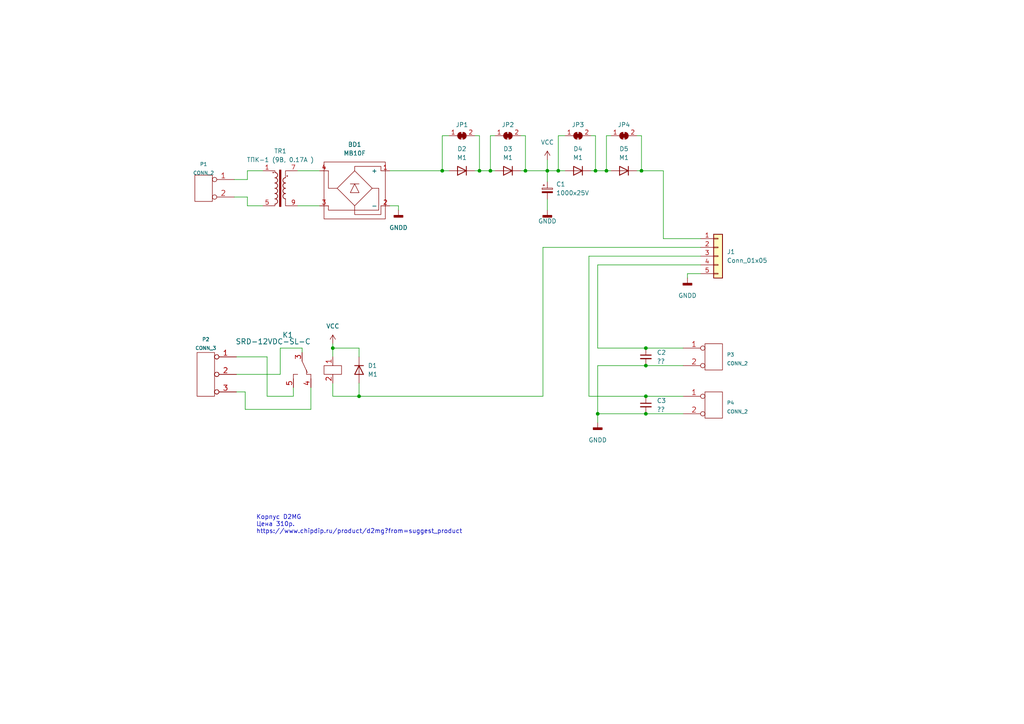
<source format=kicad_sch>
(kicad_sch (version 20211123) (generator eeschema)
  (paper "A4")
  (lib_symbols
    (symbol "Connector_Generic:Conn_01x05" (pin_names (offset 1.016) hide)
      (property "Reference" "J" (at 0 7.62 0))
      (property "Value" "Conn_01x05" (at 0 -7.62 0))
      (symbol "Conn_01x05_1_1"
        (rectangle (start -1.27 -4.953) (end 0 -5.207) (stroke (width 0.1524)))
        (rectangle (start -1.27 -2.413) (end 0 -2.667) (stroke (width 0.1524)))
        (rectangle (start -1.27 0.127) (end 0 -0.127) (stroke (width 0.1524)))
        (rectangle (start -1.27 2.667) (end 0 2.413) (stroke (width 0.1524)))
        (rectangle (start -1.27 5.207) (end 0 4.953) (stroke (width 0.1524)))
        (rectangle (start -1.27 6.35) (end 1.27 -6.35) (stroke (width 0.254)) (fill (type background)))
        (pin passive line (at -5.08 5.08 0) (length 3.81) (name "Pin_1") (number "1"))
        (pin passive line (at -5.08 2.54 0) (length 3.81) (name "Pin_2") (number "2"))
        (pin passive line (at -5.08 0 0) (length 3.81) (name "Pin_3") (number "3"))
        (pin passive line (at -5.08 -2.54 0) (length 3.81) (name "Pin_4") (number "4"))
        (pin passive line (at -5.08 -5.08 0) (length 3.81) (name "Pin_5") (number "5"))
      )
    )
    (symbol "Device:C_Polarized_Small" (pin_numbers hide) (pin_names (offset 0.254) hide)
      (property "Reference" "C" (at 0.254 1.778 0))
      (property "Value" "C_Polarized_Small" (at 0.254 -2.032 0))
      (symbol "C_Polarized_Small_0_1"
        (rectangle (start -1.524 -0.3048) (end 1.524 -0.6858) (fill (type outline)))
        (rectangle (start -1.524 0.6858) (end 1.524 0.3048))
        (polyline (pts (xy -1.27 1.524) (xy -0.762 1.524)))
        (polyline (pts (xy -1.016 1.27) (xy -1.016 1.778)))
      )
      (symbol "C_Polarized_Small_1_1"
        (pin passive line (at 0 2.54 270) (length 1.8542) (name "~") (number "1"))
        (pin passive line (at 0 -2.54 90) (length 1.8542) (name "~") (number "2"))
      )
    )
    (symbol "Device:C_Small" (pin_numbers hide) (pin_names (offset 0.254) hide)
      (property "Reference" "C" (at 0.254 1.778 0))
      (property "Value" "C_Small" (at 0.254 -2.032 0))
      (symbol "C_Small_0_1"
        (polyline (pts (xy -1.524 -0.508) (xy 1.524 -0.508)) (stroke (width 0.3302)))
        (polyline (pts (xy -1.524 0.508) (xy 1.524 0.508)) (stroke (width 0.3048)))
      )
      (symbol "C_Small_1_1"
        (pin passive line (at 0 2.54 270) (length 2.032) (name "~") (number "1"))
        (pin passive line (at 0 -2.54 90) (length 2.032) (name "~") (number "2"))
      )
    )
    (symbol "Device:D" (pin_numbers hide) (pin_names (offset 1.016) hide)
      (property "Reference" "D" (at 0 2.54 0))
      (property "Value" "D" (at 0 -2.54 0))
      (symbol "D_0_1"
        (polyline (pts (xy -1.27 1.27) (xy -1.27 -1.27)) (stroke (width 0.254)))
        (polyline (pts (xy 1.27 0) (xy -1.27 0)))
        (polyline (pts (xy 1.27 1.27) (xy 1.27 -1.27) (xy -1.27 0) (xy 1.27 1.27)) (stroke (width 0.254)))
      )
      (symbol "D_1_1"
        (pin passive line (at -3.81 0 0) (length 2.54) (name "K") (number "1"))
        (pin passive line (at 3.81 0 180) (length 2.54) (name "A") (number "2"))
      )
    )
    (symbol "Jumper:SolderJumper_2_Bridged" (pin_names (offset 0) hide)
      (property "Reference" "JP" (at 0 2.032 0))
      (property "Value" "SolderJumper_2_Bridged" (at 0 -2.54 0))
      (symbol "SolderJumper_2_Bridged_0_1"
        (rectangle (start -0.508 0.508) (end 0.508 -0.508) (fill (type outline)))
        (arc (start -0.254 1.016) (mid -1.27 0) (end -0.254 -1.016))
        (arc (start -0.254 1.016) (mid -1.27 0) (end -0.254 -1.016) (fill (type outline)))
        (polyline (pts (xy -0.254 1.016) (xy -0.254 -1.016)))
        (polyline (pts (xy 0.254 1.016) (xy 0.254 -1.016)))
        (arc (start 0.254 -1.016) (mid 1.27 0) (end 0.254 1.016))
        (arc (start 0.254 -1.016) (mid 1.27 0) (end 0.254 1.016) (fill (type outline)))
      )
      (symbol "SolderJumper_2_Bridged_1_1"
        (pin passive line (at -3.81 0 0) (length 2.54) (name "A") (number "1"))
        (pin passive line (at 3.81 0 180) (length 2.54) (name "B") (number "2"))
      )
    )
    (symbol "Transformer:TEZ2.0-D-1" (pin_names (offset 0.0254))
      (property "Reference" "TR" (at 0 6.35 0))
      (property "Value" "TEZ2.0-D-1" (at 0 -6.35 0))
      (symbol "TEZ2.0-D-1_0_1"
        (circle (center -2.032 4.572) (radius 0.127))
        (arc (start -1.524 -4.572) (mid -0.762 -3.81) (end -1.524 -3.048) (stroke (width 0.2032)))
        (arc (start -1.524 -3.048) (mid -0.762 -2.286) (end -1.524 -1.524) (stroke (width 0.2032)))
        (arc (start -1.524 -1.524) (mid -0.762 -0.762) (end -1.524 0) (stroke (width 0.2032)))
        (arc (start -1.524 0) (mid -0.762 0.762) (end -1.524 1.524) (stroke (width 0.2032)))
        (arc (start -1.524 1.524) (mid -0.762 2.286) (end -1.524 3.048) (stroke (width 0.2032)))
        (arc (start -1.524 3.048) (mid -0.762 3.81) (end -1.524 4.572) (stroke (width 0.2032)))
        (rectangle (start -0.254 5.334) (end 0.254 -5.334) (stroke (width 0.0254)) (fill (type outline)))
        (polyline (pts (xy -1.524 -4.572) (xy -1.524 -5.08) (xy -2.54 -5.08)))
        (polyline (pts (xy -1.524 4.572) (xy -1.524 5.08) (xy -2.54 5.08)))
        (polyline (pts (xy 1.524 3.048) (xy 1.524 5.08) (xy 2.54 5.08) (xy 2.54 5.08)) (stroke (width 0.1524)))
        (polyline (pts (xy 2.54 -5.08) (xy 1.524 -5.08) (xy 1.524 -3.048) (xy 1.524 -3.048)) (stroke (width 0.1524)))
        (arc (start 1.524 -1.524) (mid 0.762 -2.286) (end 1.524 -3.048) (stroke (width 0.2032)))
        (arc (start 1.524 0) (mid 0.762 -0.762) (end 1.524 -1.524) (stroke (width 0.2032)))
        (arc (start 1.524 1.524) (mid 0.762 0.762) (end 1.524 0) (stroke (width 0.2032)))
        (arc (start 1.524 3.048) (mid 0.762 2.286) (end 1.524 1.524) (stroke (width 0.2032)))
        (circle (center 2.032 3.556) (radius 0.127))
      )
      (symbol "TEZ2.0-D-1_1_1"
        (pin passive line (at -5.08 5.08 0) (length 2.54) (name "~") (number "1"))
        (pin passive line (at -5.08 -5.08 0) (length 2.54) (name "~") (number "5"))
        (pin passive line (at 5.08 5.08 180) (length 2.54) (name "~") (number "7"))
        (pin passive line (at 5.08 -5.08 180) (length 2.54) (name "~") (number "9"))
      )
    )
    (symbol "power:GNDD" (power) (pin_names (offset 0))
      (property "Value" "GNDD" (at 0 -3.175 0))
      (symbol "GNDD_0_1"
        (rectangle (start -1.27 -1.524) (end 1.27 -2.032) (stroke (width 0.254)) (fill (type outline)))
        (polyline (pts (xy 0 0) (xy 0 -1.524)))
      )
      (symbol "GNDD_1_1"
        (pin power_in line (at 0 0 270) (length 0) hide (name "GNDD") (number "1"))
      )
    )
    (symbol "power:VCC" (power) (pin_names (offset 0))
      (property "Value" "VCC" (at 0 3.81 0))
      (symbol "VCC_0_1"
        (polyline (pts (xy -0.762 1.27) (xy 0 2.54)))
        (polyline (pts (xy 0 0) (xy 0 2.54)))
        (polyline (pts (xy 0 2.54) (xy 0.762 1.27)))
      )
      (symbol "VCC_1_1"
        (pin power_in line (at 0 0 90) (length 0) hide (name "VCC") (number "1"))
      )
    )
    (symbol "диоды:MB10F" (pin_names (offset 1.016))
      (property "Reference" "BD" (at 0 8.89 0))
      (property "Value" "MB10F" (at 0 -10.16 0))
      (symbol "MB10F_0_1"
        (rectangle (start -8.89 7.62) (end 8.89 -8.89))
        (polyline (pts (xy -1.27 1.27) (xy 1.27 1.27) (xy 0 1.27)))
        (polyline (pts (xy 5.08 0) (xy 7.62 0) (xy 7.62 5.08)))
        (polyline (pts (xy -7.62 -5.08) (xy -7.62 -7.62) (xy 0 -7.62) (xy 0 -5.08)))
        (polyline (pts (xy -7.62 5.08) (xy -7.62 6.35) (xy 0 6.35) (xy 0 5.08)))
        (polyline (pts (xy 0 1.27) (xy -1.27 -1.27) (xy 1.27 -1.27) (xy 0 1.27)))
        (polyline (pts (xy -5.08 0) (xy -6.985 0) (xy -6.985 -6.35) (xy 7.62 -6.35) (xy 7.62 -5.08)))
        (polyline (pts (xy 0 5.08) (xy -5.08 0) (xy 0 -5.08) (xy 5.08 0) (xy 0 5.08)))
      )
      (symbol "MB10F_1_1"
        (pin passive line (at -10.16 5.08 0) (length 2.54) (name "+") (number "1"))
        (pin passive line (at -10.16 -5.08 0) (length 2.54) (name "-") (number "2"))
        (pin passive line (at 10.16 -5.08 180) (length 2.54) (name "~") (number "3"))
        (pin passive line (at 10.16 5.08 180) (length 2.54) (name "~") (number "4"))
      )
    )
    (symbol "разъемы:CONN_2" (pin_names (offset 1.016) hide)
      (property "Reference" "P" (at -1.27 0 90))
      (property "Value" "CONN_2" (at 1.27 0 90))
      (symbol "CONN_2_0_1"
        (rectangle (start -2.54 3.81) (end 2.54 -3.81))
      )
      (symbol "CONN_2_1_1"
        (pin passive inverted (at -8.89 2.54 0) (length 6.35) (name "P1") (number "1"))
        (pin passive inverted (at -8.89 -2.54 0) (length 6.35) (name "PM") (number "2"))
      )
    )
    (symbol "разъемы:CONN_3" (pin_names (offset 1.016) hide)
      (property "Reference" "P" (at -1.27 -2.54 90))
      (property "Value" "CONN_3" (at 1.27 -2.54 90))
      (symbol "CONN_3_0_1"
        (rectangle (start -2.54 3.81) (end 2.54 -8.89))
      )
      (symbol "CONN_3_1_1"
        (pin passive inverted (at -8.89 2.54 0) (length 6.35) (name "1") (number "1"))
        (pin passive inverted (at -8.89 -2.54 0) (length 6.35) (name "2") (number "2"))
        (pin passive inverted (at -8.89 -7.62 0) (length 6.35) (name "3") (number "3"))
      )
    )
    (symbol "реле:Реле_2-3" (pin_names (offset 0) hide)
      (property "Reference" "K" (at 3.81 -7.62 0))
      (property "Value" "Реле_2-3" (at 3.81 7.62 0))
      (symbol "Реле_2-3_0_1"
        (rectangle (start -2.54 1.27) (end 2.54 -1.27))
        (polyline (pts (xy 6.35 -1.27) (xy 6.35 -2.54)))
        (polyline (pts (xy 8.89 2.54) (xy 7.366 -0.762)))
        (polyline (pts (xy 10.16 -1.27) (xy 11.43 -1.27)))
        (polyline (pts (xy 11.43 -1.27) (xy 11.43 -2.54)))
        (polyline (pts (xy 6.35 -1.27) (xy 7.62 -1.27) (xy 7.62 0)))
      )
      (symbol "Реле_2-3_1_1"
        (pin input line (at 0 3.81 270) (length 2.54) (name "in1") (number "1"))
        (pin input line (at 0 -3.81 90) (length 2.54) (name "in2") (number "2"))
        (pin input line (at 8.89 5.08 270) (length 2.54) (name "out2") (number "3"))
        (pin input line (at 6.35 -5.08 90) (length 2.54) (name "out1") (number "4"))
        (pin input line (at 11.43 -5.08 90) (length 2.54) (name "out3") (number "5"))
      )
    )
  )
  (junction (at 139.065 49.53))
  (junction (at 175.895 49.53))
  (junction (at 152.4 49.53))
  (junction (at 187.325 100.965))
  (junction (at 173.355 120.015))
  (junction (at 158.75 49.53))
  (junction (at 186.055 49.53))
  (junction (at 187.325 114.935))
  (junction (at 187.325 120.015))
  (junction (at 161.925 49.53))
  (junction (at 187.325 106.045))
  (junction (at 96.52 100.965))
  (junction (at 142.24 49.53))
  (junction (at 128.27 49.53))
  (junction (at 104.14 114.935))
  (junction (at 172.72 49.53))
  (wire (pts (xy 171.45 49.53) (xy 172.72 49.53)))
  (wire (pts (xy 139.065 39.37) (xy 139.065 49.53)))
  (wire (pts (xy 67.945 52.07) (xy 71.755 52.07)))
  (wire (pts (xy 71.755 52.07) (xy 71.755 49.53)))
  (wire (pts (xy 115.57 59.69) (xy 115.57 60.96)))
  (wire (pts (xy 87.63 100.965) (xy 87.63 102.235)))
  (wire (pts (xy 71.12 113.665) (xy 71.12 118.745)))
  (wire (pts (xy 173.355 100.965) (xy 187.325 100.965)))
  (wire (pts (xy 104.14 100.965) (xy 104.14 103.505)))
  (wire (pts (xy 187.325 100.965) (xy 198.12 100.965)))
  (wire (pts (xy 139.065 49.53) (xy 142.24 49.53)))
  (wire (pts (xy 113.03 59.69) (xy 115.57 59.69)))
  (wire (pts (xy 163.83 39.37) (xy 161.925 39.37)))
  (wire (pts (xy 67.945 57.15) (xy 71.755 57.15)))
  (wire (pts (xy 203.2 79.375) (xy 199.39 79.375)))
  (wire (pts (xy 173.355 120.015) (xy 187.325 120.015)))
  (wire (pts (xy 198.12 106.045) (xy 187.325 106.045)))
  (wire (pts (xy 96.52 100.965) (xy 96.52 103.505)))
  (wire (pts (xy 157.48 114.935) (xy 157.48 71.755)))
  (wire (pts (xy 152.4 49.53) (xy 158.75 49.53)))
  (wire (pts (xy 96.52 114.935) (xy 96.52 111.125)))
  (wire (pts (xy 86.36 49.53) (xy 92.71 49.53)))
  (wire (pts (xy 71.12 118.745) (xy 90.17 118.745)))
  (wire (pts (xy 177.165 39.37) (xy 175.895 39.37)))
  (wire (pts (xy 175.895 39.37) (xy 175.895 49.53)))
  (wire (pts (xy 104.14 114.935) (xy 96.52 114.935)))
  (wire (pts (xy 90.17 118.745) (xy 90.17 112.395)))
  (wire (pts (xy 128.27 39.37) (xy 128.27 49.53)))
  (wire (pts (xy 81.28 100.965) (xy 87.63 100.965)))
  (wire (pts (xy 143.51 39.37) (xy 142.24 39.37)))
  (wire (pts (xy 175.895 49.53) (xy 177.165 49.53)))
  (wire (pts (xy 199.39 79.375) (xy 199.39 80.645)))
  (wire (pts (xy 68.58 113.665) (xy 71.12 113.665)))
  (wire (pts (xy 71.755 57.15) (xy 71.755 59.69)))
  (wire (pts (xy 203.2 76.835) (xy 173.355 76.835)))
  (wire (pts (xy 187.325 114.935) (xy 198.12 114.935)))
  (wire (pts (xy 170.815 114.935) (xy 187.325 114.935)))
  (wire (pts (xy 158.75 49.53) (xy 158.75 46.355)))
  (wire (pts (xy 152.4 39.37) (xy 152.4 49.53)))
  (wire (pts (xy 186.055 49.53) (xy 184.785 49.53)))
  (wire (pts (xy 85.09 112.395) (xy 85.09 114.935)))
  (wire (pts (xy 187.325 120.015) (xy 198.12 120.015)))
  (wire (pts (xy 104.14 114.935) (xy 157.48 114.935)))
  (wire (pts (xy 71.755 59.69) (xy 76.2 59.69)))
  (wire (pts (xy 86.36 59.69) (xy 92.71 59.69)))
  (wire (pts (xy 171.45 39.37) (xy 172.72 39.37)))
  (wire (pts (xy 161.925 49.53) (xy 163.83 49.53)))
  (wire (pts (xy 173.355 106.045) (xy 173.355 120.015)))
  (wire (pts (xy 192.405 49.53) (xy 192.405 69.215)))
  (wire (pts (xy 192.405 69.215) (xy 203.2 69.215)))
  (wire (pts (xy 104.14 111.125) (xy 104.14 114.935)))
  (wire (pts (xy 142.24 39.37) (xy 142.24 49.53)))
  (wire (pts (xy 96.52 99.695) (xy 96.52 100.965)))
  (wire (pts (xy 77.47 114.935) (xy 77.47 103.505)))
  (wire (pts (xy 173.355 76.835) (xy 173.355 100.965)))
  (wire (pts (xy 137.795 49.53) (xy 139.065 49.53)))
  (wire (pts (xy 113.03 49.53) (xy 128.27 49.53)))
  (wire (pts (xy 186.055 49.53) (xy 192.405 49.53)))
  (wire (pts (xy 158.75 57.785) (xy 158.75 60.96)))
  (wire (pts (xy 151.13 39.37) (xy 152.4 39.37)))
  (wire (pts (xy 203.2 74.295) (xy 170.815 74.295)))
  (wire (pts (xy 157.48 71.755) (xy 203.2 71.755)))
  (wire (pts (xy 172.72 49.53) (xy 175.895 49.53)))
  (wire (pts (xy 130.175 39.37) (xy 128.27 39.37)))
  (wire (pts (xy 184.785 39.37) (xy 186.055 39.37)))
  (wire (pts (xy 152.4 49.53) (xy 151.13 49.53)))
  (wire (pts (xy 71.755 49.53) (xy 76.2 49.53)))
  (wire (pts (xy 170.815 74.295) (xy 170.815 114.935)))
  (wire (pts (xy 161.925 39.37) (xy 161.925 49.53)))
  (wire (pts (xy 137.795 39.37) (xy 139.065 39.37)))
  (wire (pts (xy 85.09 114.935) (xy 77.47 114.935)))
  (wire (pts (xy 68.58 103.505) (xy 77.47 103.505)))
  (wire (pts (xy 186.055 39.37) (xy 186.055 49.53)))
  (wire (pts (xy 158.75 49.53) (xy 158.75 52.705)))
  (wire (pts (xy 81.28 108.585) (xy 81.28 100.965)))
  (wire (pts (xy 96.52 100.965) (xy 104.14 100.965)))
  (wire (pts (xy 187.325 106.045) (xy 173.355 106.045)))
  (wire (pts (xy 128.27 49.53) (xy 130.175 49.53)))
  (wire (pts (xy 172.72 39.37) (xy 172.72 49.53)))
  (wire (pts (xy 68.58 108.585) (xy 81.28 108.585)))
  (wire (pts (xy 142.24 49.53) (xy 143.51 49.53)))
  (wire (pts (xy 173.355 120.015) (xy 173.355 122.555)))
  (wire (pts (xy 158.75 49.53) (xy 161.925 49.53)))
  (text "Корпус D2MG\nЦена 310р.\nhttps://www.chipdip.ru/product/d2mg?from=suggest_product\n" (at 74.295 154.94 0) (effects (font (size 1.27 1.27)) (justify left bottom)))
  (symbol (lib_id "диоды:MB10F") (at 102.87 54.61 0) (mirror y) (unit 1)
    (property "Reference" "BD1" (at 102.87 41.91 0))
    (property "Value" "MB10F" (at 102.87 44.45 0))
    (property "Footprint" "диоды:MB-F" (effects hide))
    (property "Datasheet" "https://www.chipdip.ru/product/mb10f-hottech" (effects hide))
    (property "Цена" "4" (effects hide))
  )
  (symbol (lib_id "power:GNDD") (at 115.57 60.96 0) (unit 1)
    (property "Reference" "#PWR01" (effects hide))
    (property "Value" "GNDD" (at 115.57 66.04 0))
  )
  (symbol (lib_id "Device:D") (at 147.32 49.53 180) (unit 1)
    (property "Reference" "D3" (at 147.32 43.18 0))
    (property "Value" "M1" (at 147.32 45.72 0))
    (property "Footprint" "Diode_SMD:D_SMA" (effects hide))
    (property "Datasheet" "https://www.chipdip.ru/product/m1-sunmate" (effects hide))
    (property "Цена" "3" (effects hide))
  )
  (symbol (lib_id "Device:D") (at 180.975 49.53 180) (unit 1)
    (property "Reference" "D5" (at 180.975 43.18 0))
    (property "Value" "M1" (at 180.975 45.72 0))
    (property "Footprint" "Diode_SMD:D_SMA" (effects hide))
    (property "Datasheet" "https://www.chipdip.ru/product/m1-sunmate" (effects hide))
    (property "Цена" "3" (effects hide))
  )
  (symbol (lib_id "Device:D") (at 104.14 107.315 270) (unit 1)
    (property "Reference" "D1" (at 106.68 106.0449 90) (effects (justify left)))
    (property "Value" "M1" (at 106.68 108.5849 90) (effects (justify left)))
    (property "Footprint" "Diode_SMD:D_SMA" (effects hide))
    (property "Datasheet" "https://www.chipdip.ru/product/m1-sunmate" (effects hide))
    (property "Цена" "3" (effects hide))
  )
  (symbol (lib_id "разъемы:CONN_3") (at 59.69 106.045 0) (mirror y) (unit 1)
    (property "Reference" "P2" (at 59.69 98.425 0) (effects (font (size 1.016 1.016))))
    (property "Value" "CONN_3" (at 59.69 100.965 0) (effects (font (size 1.016 1.016))))
    (property "Footprint" "разъемы:KF128-3P" (effects hide))
    (property "Datasheet" "https://aliexpress.ru/item/32979388954.html?sku_id=66712511351&spm=a2g2w.productlist.search_results.7.39313468UgQN0E" (effects hide))
    (property "Цена" "14,1" (effects hide))
  )
  (symbol (lib_id "power:VCC") (at 158.75 46.355 0) (unit 1)
    (property "Reference" "#PWR03" (effects hide))
    (property "Value" "VCC" (at 158.75 41.275 0))
  )
  (symbol (lib_id "Device:C_Small") (at 187.325 103.505 0) (unit 1)
    (property "Reference" "C2" (at 190.5 102.2412 0) (effects (justify left)))
    (property "Value" "??" (at 190.5 104.7812 0) (effects (justify left)))
    (property "Footprint" "Capacitor_SMD:C_1206_3216Metric" (effects hide))
  )
  (symbol (lib_id "Device:C_Small") (at 187.325 117.475 0) (unit 1)
    (property "Reference" "C3" (at 190.5 116.2112 0) (effects (justify left)))
    (property "Value" "??" (at 190.5 118.7512 0) (effects (justify left)))
    (property "Footprint" "Capacitor_SMD:C_1206_3216Metric" (effects hide))
  )
  (symbol (lib_id "Device:C_Polarized_Small") (at 158.75 55.245 0) (unit 1)
    (property "Reference" "C1" (at 161.29 53.4288 0) (effects (justify left)))
    (property "Value" "1000x25V" (at 161.29 55.9688 0) (effects (justify left)))
    (property "Footprint" "Capacitor_THT:CP_Radial_D10.0mm_P5.00mm" (effects hide))
    (property "Datasheet" "https://www.chipdip.ru/product0/9000565924" (effects hide))
    (property "Цена" "18" (effects hide))
  )
  (symbol (lib_id "power:GNDD") (at 158.75 60.96 0) (unit 1)
    (property "Reference" "#PWR0101" (effects hide))
    (property "Value" "GNDD" (at 158.75 64.135 0))
  )
  (symbol (lib_id "разъемы:CONN_2") (at 207.01 103.505 0) (unit 1)
    (property "Reference" "P3" (at 210.82 102.87 0) (effects (font (size 1.016 1.016)) (justify left)))
    (property "Value" "CONN_2" (at 210.82 105.41 0) (effects (font (size 1.016 1.016)) (justify left)))
    (property "Footprint" "разъемы:KF128-2P" (effects hide))
    (property "Datasheet" "https://aliexpress.ru/item/32979388954.html?sku_id=66712511350&spm=a2g2w.productlist.search_results.7.39313468UgQN0E" (effects hide))
    (property "Цена" "12,7" (effects hide))
  )
  (symbol (lib_id "Device:D") (at 167.64 49.53 180) (unit 1)
    (property "Reference" "D4" (at 167.64 43.18 0))
    (property "Value" "M1" (at 167.64 45.72 0))
    (property "Footprint" "Diode_SMD:D_SMA" (effects hide))
    (property "Datasheet" "https://www.chipdip.ru/product/m1-sunmate" (effects hide))
    (property "Цена" "3" (effects hide))
  )
  (symbol (lib_id "Device:D") (at 133.985 49.53 180) (unit 1)
    (property "Reference" "D2" (at 133.985 43.18 0))
    (property "Value" "M1" (at 133.985 45.72 0))
    (property "Footprint" "Diode_SMD:D_SMA" (effects hide))
    (property "Datasheet" "https://www.chipdip.ru/product/m1-sunmate" (effects hide))
    (property "Цена" "3" (effects hide))
  )
  (symbol (lib_id "Jumper:SolderJumper_2_Bridged") (at 167.64 39.37 0) (unit 1)
    (property "Reference" "JP3" (at 167.64 36.195 0))
    (property "Value" "SolderJumper_2_Bridged" (effects hide))
    (property "Footprint" "Jumper:SolderJumper-2_P1.3mm_Bridged_Pad1.0x1.5mm" (effects hide))
  )
  (symbol (lib_id "power:GNDD") (at 173.355 122.555 0) (unit 1)
    (property "Reference" "#PWR0103" (effects hide))
    (property "Value" "GNDD" (at 173.355 127.635 0))
  )
  (symbol (lib_id "power:VCC") (at 96.52 99.695 0) (unit 1)
    (property "Reference" "#PWR02" (effects hide))
    (property "Value" "VCC" (at 96.52 94.615 0))
  )
  (symbol (lib_id "разъемы:CONN_2") (at 59.055 54.61 0) (mirror y) (unit 1)
    (property "Reference" "P1" (at 59.055 47.625 0) (effects (font (size 1.016 1.016))))
    (property "Value" "CONN_2" (at 59.055 50.165 0) (effects (font (size 1.016 1.016))))
    (property "Footprint" "разъемы:KF128-2P" (effects hide))
  )
  (symbol (lib_id "Connector_Generic:Conn_01x05") (at 208.28 74.295 0) (unit 1)
    (property "Reference" "J1" (at 210.82 73.0249 0) (effects (justify left)))
    (property "Value" "Conn_01x05" (at 210.82 75.5649 0) (effects (justify left)))
    (property "Footprint" "Connector_JST:JST_EH_B5B-EH-A_1x05_P2.50mm_Vertical" (effects hide))
    (property "Datasheet" "https://aliexpress.ru/item/32701800317.html?spm=a2g2w.stores.seller_list.2.219951792o27y5&sku_id=61026197686" (effects hide))
    (property "Цена" "2,6" (effects hide))
  )
  (symbol (lib_id "Jumper:SolderJumper_2_Bridged") (at 147.32 39.37 0) (unit 1)
    (property "Reference" "JP2" (at 147.32 36.195 0))
    (property "Value" "SolderJumper_2_Bridged" (effects hide))
    (property "Footprint" "Jumper:SolderJumper-2_P1.3mm_Bridged_Pad1.0x1.5mm" (effects hide))
  )
  (symbol (lib_id "разъемы:CONN_2") (at 207.01 117.475 0) (unit 1)
    (property "Reference" "P4" (at 210.82 116.84 0) (effects (font (size 1.016 1.016)) (justify left)))
    (property "Value" "CONN_2" (at 210.82 119.38 0) (effects (font (size 1.016 1.016)) (justify left)))
    (property "Footprint" "разъемы:KF128-2P" (effects hide))
    (property "Datasheet" "https://aliexpress.ru/item/32979388954.html?sku_id=66712511350&spm=a2g2w.productlist.search_results.7.39313468UgQN0E" (effects hide))
    (property "Цена" "12,7" (effects hide))
  )
  (symbol (lib_id "Jumper:SolderJumper_2_Bridged") (at 133.985 39.37 0) (unit 1)
    (property "Reference" "JP1" (at 133.985 36.195 0))
    (property "Value" "SolderJumper_2_Bridged" (effects hide))
    (property "Footprint" "Jumper:SolderJumper-2_P1.3mm_Bridged_Pad1.0x1.5mm" (effects hide))
  )
  (symbol (lib_id "power:GNDD") (at 199.39 80.645 0) (unit 1)
    (property "Reference" "#PWR0104" (effects hide))
    (property "Value" "GNDD" (at 199.39 85.725 0))
  )
  (symbol (lib_id "Transformer:TEZ2.0-D-1") (at 81.28 54.61 0) (unit 1)
    (property "Reference" "TR1" (at 81.3181 43.815 0))
    (property "Value" "ТПК-1 (9В, 0.17А )" (at 81.3181 46.355 0))
    (property "Footprint" "трансформаторы:ТПК-1" (effects hide))
    (property "Datasheet" "https://www.chipdip.ru/product/tpk-1-9v" (effects hide))
    (property "Цена" "540" (effects hide))
    (property "ChipDip2" "https://www.chipdip.ru/product0/8010765633" (effects hide))
    (property "Цена2" "2*320" (effects hide))
  )
  (symbol (lib_id "Jumper:SolderJumper_2_Bridged") (at 180.975 39.37 0) (unit 1)
    (property "Reference" "JP4" (at 180.975 36.195 0))
    (property "Value" "SolderJumper_2_Bridged" (effects hide))
    (property "Footprint" "Jumper:SolderJumper-2_P1.3mm_Bridged_Pad1.0x1.5mm" (effects hide))
  )
  (symbol (lib_id "реле:Реле_2-3") (at 96.52 107.315 0) (mirror y) (unit 1)
    (property "Reference" "K1" (at 85.09 97.155 0) (effects (font (size 1.524 1.524)) (justify left)))
    (property "Value" "SRD-12VDC-SL-C" (at 90.17 99.06 0) (effects (font (size 1.524 1.524)) (justify left)))
    (property "Footprint" "реле:SRD-12VDC-SL-C" (effects hide))
    (property "Datasheet" "https://aliexpress.ru/item/1005001994042589.html?sku_id=12000036214239182&spm=a2g2w.productlist.search_results.9.315e42dchTEPGb" (effects hide))
    (property "Цена" "37" (effects hide))
  )
)
</source>
